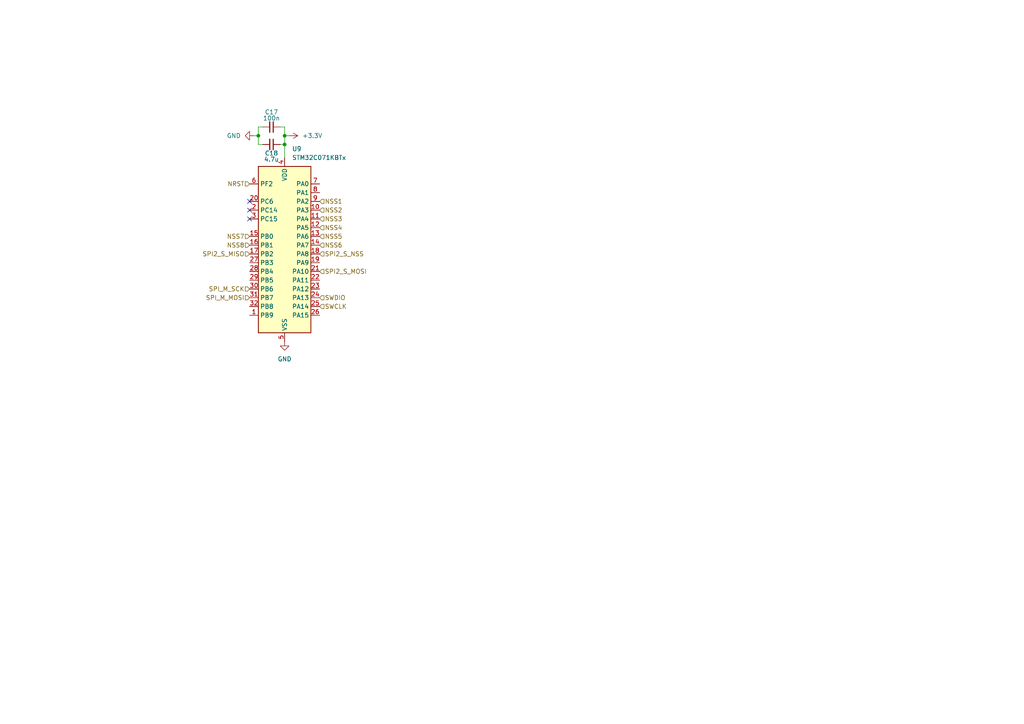
<source format=kicad_sch>
(kicad_sch (version 20250114) (generator "eeschema") (generator_version "9.0")
  (paper "A4")
  (lib_symbols
    (symbol "Device:C_Small" (pin_numbers (hide yes)) (pin_names (offset 0.254) (hide yes))
      (property "Reference" "C" (at 0.254 1.778 0))
      (property "Value" "C_Small" (at 0.254 -2.032 0))
      (symbol "C_Small_0_1"
        (polyline (pts (xy -1.524 0.508) (xy 1.524 0.508)) (stroke (width 0.3048)))
        (polyline (pts (xy -1.524 -0.508) (xy 1.524 -0.508)) (stroke (width 0.3302)))
      )
      (symbol "C_Small_1_1"
        (pin passive line (at 0 2.54 270) (length 2.032) (name "~") (number "1"))
        (pin passive line (at 0 -2.54 90) (length 2.032) (name "~") (number "2"))
      )
    )
    (symbol "MCU_ST_STM32C0:STM32C071KBTx"
      (property "Reference" "U" (at -7.62 26.67 0))
      (property "Value" "STM32C071KBTx" (at 2.54 26.67 0))
      (symbol "STM32C071KBTx_0_1"
        (rectangle (start -7.62 -22.86) (end 7.62 25.4) (stroke (width 0.254)) (fill (type background)))
      )
      (symbol "STM32C071KBTx_1_1"
        (pin bidirectional line (at -10.16 20.32 0) (length 2.54) (name "PF2") (number "6"))
        (pin bidirectional line (at -10.16 15.24 0) (length 2.54) (name "PC6") (number "20"))
        (pin bidirectional line (at -10.16 12.7 0) (length 2.54) (name "PC14") (number "2"))
        (pin bidirectional line (at -10.16 10.16 0) (length 2.54) (name "PC15") (number "3"))
        (pin bidirectional line (at -10.16 5.08 0) (length 2.54) (name "PB0") (number "15"))
        (pin bidirectional line (at -10.16 2.54 0) (length 2.54) (name "PB1") (number "16"))
        (pin bidirectional line (at -10.16 0 0) (length 2.54) (name "PB2") (number "17"))
        (pin bidirectional line (at -10.16 -2.54 0) (length 2.54) (name "PB3") (number "27"))
        (pin bidirectional line (at -10.16 -5.08 0) (length 2.54) (name "PB4") (number "28"))
        (pin bidirectional line (at -10.16 -7.62 0) (length 2.54) (name "PB5") (number "29"))
        (pin bidirectional line (at -10.16 -10.16 0) (length 2.54) (name "PB6") (number "30"))
        (pin bidirectional line (at -10.16 -12.7 0) (length 2.54) (name "PB7") (number "31"))
        (pin bidirectional line (at -10.16 -15.24 0) (length 2.54) (name "PB8") (number "32"))
        (pin bidirectional line (at -10.16 -17.78 0) (length 2.54) (name "PB9") (number "1"))
        (pin power_in line (at 0 27.94 270) (length 2.54) (name "VDD") (number "4"))
        (pin power_in line (at 0 -25.4 90) (length 2.54) (name "VSS") (number "5"))
        (pin bidirectional line (at 10.16 20.32 180) (length 2.54) (name "PA0") (number "7"))
        (pin bidirectional line (at 10.16 17.78 180) (length 2.54) (name "PA1") (number "8"))
        (pin bidirectional line (at 10.16 15.24 180) (length 2.54) (name "PA2") (number "9"))
        (pin bidirectional line (at 10.16 12.7 180) (length 2.54) (name "PA3") (number "10"))
        (pin bidirectional line (at 10.16 10.16 180) (length 2.54) (name "PA4") (number "11"))
        (pin bidirectional line (at 10.16 7.62 180) (length 2.54) (name "PA5") (number "12"))
        (pin bidirectional line (at 10.16 5.08 180) (length 2.54) (name "PA6") (number "13"))
        (pin bidirectional line (at 10.16 2.54 180) (length 2.54) (name "PA7") (number "14"))
        (pin bidirectional line (at 10.16 0 180) (length 2.54) (name "PA8") (number "18"))
        (pin bidirectional line (at 10.16 -2.54 180) (length 2.54) (name "PA9") (number "19"))
        (pin bidirectional line (at 10.16 -5.08 180) (length 2.54) (name "PA10") (number "21"))
        (pin bidirectional line (at 10.16 -7.62 180) (length 2.54) (name "PA11") (number "22"))
        (pin bidirectional line (at 10.16 -10.16 180) (length 2.54) (name "PA12") (number "23"))
        (pin bidirectional line (at 10.16 -12.7 180) (length 2.54) (name "PA13") (number "24"))
        (pin bidirectional line (at 10.16 -15.24 180) (length 2.54) (name "PA14") (number "25"))
        (pin bidirectional line (at 10.16 -17.78 180) (length 2.54) (name "PA15") (number "26"))
      )
    )
    (symbol "power:+3.3V" (power) (pin_numbers (hide yes)) (pin_names (offset 0) (hide yes))
      (property "Value" "+3.3V" (at 0 3.556 0))
      (symbol "+3.3V_0_1"
        (polyline (pts (xy -0.762 1.27) (xy 0 2.54)))
        (polyline (pts (xy 0 2.54) (xy 0.762 1.27)))
        (polyline (pts (xy 0 0) (xy 0 2.54)))
      )
      (symbol "+3.3V_1_1"
        (pin power_in line (at 0 0 90) (length 0) (name "~") (number "1"))
      )
    )
    (symbol "power:GND" (power) (pin_numbers (hide yes)) (pin_names (offset 0) (hide yes))
      (property "Value" "GND" (at 0 -3.81 0))
      (symbol "GND_0_1"
        (polyline (pts (xy 0 0) (xy 0 -1.27) (xy 1.27 -1.27) (xy 0 -2.54) (xy -1.27 -1.27) (xy 0 -1.27)))
      )
      (symbol "GND_1_1"
        (pin power_in line (at 0 0 270) (length 0) (name "~") (number "1"))
      )
    )
  )
  (junction (at 74.93 39.37))
  (junction (at 82.55 39.37))
  (junction (at 82.55 41.91))
  (no_connect (at 72.39 58.42))
  (no_connect (at 72.39 63.5))
  (no_connect (at 72.39 60.96))
  (wire (pts (xy 73.66 39.37) (xy 74.93 39.37)))
  (wire (pts (xy 82.55 39.37) (xy 82.55 36.83)))
  (wire (pts (xy 74.93 36.83) (xy 76.2 36.83)))
  (wire (pts (xy 82.55 39.37) (xy 82.55 41.91)))
  (wire (pts (xy 74.93 36.83) (xy 74.93 39.37)))
  (wire (pts (xy 81.28 41.91) (xy 82.55 41.91)))
  (wire (pts (xy 74.93 39.37) (xy 74.93 41.91)))
  (wire (pts (xy 82.55 41.91) (xy 82.55 45.72)))
  (wire (pts (xy 74.93 41.91) (xy 76.2 41.91)))
  (wire (pts (xy 81.28 36.83) (xy 82.55 36.83)))
  (wire (pts (xy 83.82 39.37) (xy 82.55 39.37)))
  (hierarchical_label "NRST" (shape input) (at 72.39 53.34 180))
  (hierarchical_label "SWCLK" (shape input) (at 92.71 88.9 0))
  (hierarchical_label "NSS2" (shape input) (at 92.71 60.96 0))
  (hierarchical_label "SWDIO" (shape input) (at 92.71 86.36 0))
  (hierarchical_label "NSS7" (shape input) (at 72.39 68.58 180))
  (hierarchical_label "NSS8" (shape input) (at 72.39 71.12 180))
  (hierarchical_label "NSS3" (shape input) (at 92.71 63.5 0))
  (hierarchical_label "SPI2_S_MOSI" (shape input) (at 92.71 78.74 0))
  (hierarchical_label "NSS6" (shape input) (at 92.71 71.12 0))
  (hierarchical_label "SPI2_S_NSS" (shape input) (at 92.71 73.66 0))
  (hierarchical_label "SPI_M_SCK" (shape input) (at 72.39 83.82 180))
  (hierarchical_label "SPI_M_MOSI" (shape input) (at 72.39 86.36 180))
  (hierarchical_label "NSS5" (shape input) (at 92.71 68.58 0))
  (hierarchical_label "NSS4" (shape input) (at 92.71 66.04 0))
  (hierarchical_label "NSS1" (shape input) (at 92.71 58.42 0))
  (hierarchical_label "SPI2_S_MISO" (shape input) (at 72.39 73.66 180))
  (symbol (lib_id "Device:C_Small") (at 78.74 41.91 270) (unit 1)
    (property "Reference" "C18" (at 78.74 44.45 90))
    (property "Value" "4.7u" (at 78.74 46.228 90))
    (property "Footprint" "Capacitor_SMD:C_0603_1608Metric" (effects (hide yes)))
    (property "Description" "Unpolarized capacitor, small symbol" (effects (hide yes)))
  )
  (symbol (lib_id "MCU_ST_STM32C0:STM32C071KBTx") (at 82.55 73.66 0) (unit 1)
    (property "Reference" "U9" (at 84.6933 43.18 0) (effects (justify left)))
    (property "Value" "STM32C071KBTx" (at 84.6933 45.72 0) (effects (justify left)))
    (property "Footprint" "Package_QFP:LQFP-32_7x7mm_P0.8mm" (effects (hide yes)))
    (property "Datasheet" "https://www.st.com/resource/en/datasheet/stm32c071kb.pdf" (effects (hide yes)))
    (property "Description" "STMicroelectronics Arm Cortex-M0+ MCU, 128KB flash, 24KB RAM, 30 GPIO, LQFP32_GP" (effects (hide yes)))
  )
  (symbol (lib_id "power:+3.3V") (at 83.82 39.37 270) (unit 1)
    (property "Reference" "#PWR078" (effects (hide yes)))
    (property "Value" "+3.3V" (at 87.63 39.3699 90) (effects (justify left)))
    (property "Description" "Power symbol creates a global label with name \"+3.3V\"" (effects (hide yes)))
  )
  (symbol (lib_id "power:GND") (at 73.66 39.37 270) (unit 1)
    (property "Reference" "#PWR076" (effects (hide yes)))
    (property "Value" "GND" (at 69.85 39.3699 90) (effects (justify right)))
    (property "Description" "Power symbol creates a global label with name \"GND\" , ground" (effects (hide yes)))
  )
  (symbol (lib_id "power:GND") (at 82.55 99.06 0) (unit 1)
    (property "Reference" "#PWR077" (effects (hide yes)))
    (property "Value" "GND" (at 82.55 104.14 0))
    (property "Description" "Power symbol creates a global label with name \"GND\" , ground" (effects (hide yes)))
  )
  (symbol (lib_id "Device:C_Small") (at 78.74 36.83 270) (unit 1)
    (property "Reference" "C17" (at 78.74 32.512 90))
    (property "Value" "100n" (at 78.74 34.29 90))
    (property "Footprint" "Capacitor_SMD:C_0603_1608Metric" (effects (hide yes)))
    (property "Description" "Unpolarized capacitor, small symbol" (effects (hide yes)))
  )
)
</source>
